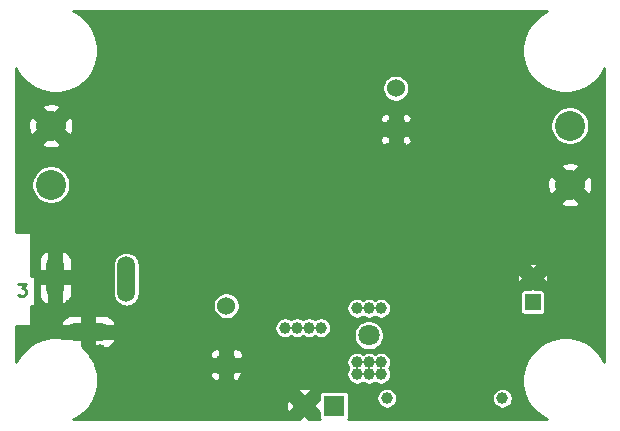
<source format=gbr>
G04 #@! TF.GenerationSoftware,KiCad,Pcbnew,5.1.6-c6e7f7d~87~ubuntu18.04.1*
G04 #@! TF.CreationDate,2022-04-04T15:30:34+03:00*
G04 #@! TF.ProjectId,DCDC-50-5-12_Rev_A,44434443-2d35-4302-9d35-2d31325f5265,A*
G04 #@! TF.SameCoordinates,Original*
G04 #@! TF.FileFunction,Copper,L3,Inr*
G04 #@! TF.FilePolarity,Positive*
%FSLAX46Y46*%
G04 Gerber Fmt 4.6, Leading zero omitted, Abs format (unit mm)*
G04 Created by KiCad (PCBNEW 5.1.6-c6e7f7d~87~ubuntu18.04.1) date 2022-04-04 15:30:34*
%MOMM*%
%LPD*%
G01*
G04 APERTURE LIST*
G04 #@! TA.AperFunction,NonConductor*
%ADD10C,0.254000*%
G04 #@! TD*
G04 #@! TA.AperFunction,ViaPad*
%ADD11O,3.700000X1.500000*%
G04 #@! TD*
G04 #@! TA.AperFunction,ViaPad*
%ADD12O,1.500000X3.600000*%
G04 #@! TD*
G04 #@! TA.AperFunction,ViaPad*
%ADD13O,1.500000X3.900000*%
G04 #@! TD*
G04 #@! TA.AperFunction,ViaPad*
%ADD14C,2.540000*%
G04 #@! TD*
G04 #@! TA.AperFunction,ViaPad*
%ADD15R,1.800000X1.800000*%
G04 #@! TD*
G04 #@! TA.AperFunction,ViaPad*
%ADD16C,1.800000*%
G04 #@! TD*
G04 #@! TA.AperFunction,ViaPad*
%ADD17C,1.400000*%
G04 #@! TD*
G04 #@! TA.AperFunction,ViaPad*
%ADD18R,1.400000X1.400000*%
G04 #@! TD*
G04 #@! TA.AperFunction,ViaPad*
%ADD19C,1.524000*%
G04 #@! TD*
G04 #@! TA.AperFunction,ViaPad*
%ADD20R,1.524000X1.524000*%
G04 #@! TD*
G04 #@! TA.AperFunction,ViaPad*
%ADD21C,1.000000*%
G04 #@! TD*
G04 #@! TA.AperFunction,Conductor*
%ADD22C,0.254000*%
G04 #@! TD*
G04 APERTURE END LIST*
D10*
X117517333Y-87073619D02*
X118146285Y-87073619D01*
X117807619Y-87460666D01*
X117952761Y-87460666D01*
X118049523Y-87509047D01*
X118097904Y-87557428D01*
X118146285Y-87654190D01*
X118146285Y-87896095D01*
X118097904Y-87992857D01*
X118049523Y-88041238D01*
X117952761Y-88089619D01*
X117662476Y-88089619D01*
X117565714Y-88041238D01*
X117517333Y-87992857D01*
D11*
X123396000Y-91140000D03*
D12*
X120650000Y-86540000D03*
D13*
X126650000Y-86690000D03*
D14*
X164211000Y-73700000D03*
X164211000Y-78700000D03*
X120269000Y-78700000D03*
X120269000Y-73700000D03*
D15*
X144272000Y-97409000D03*
D16*
X141732000Y-97409000D03*
D17*
X161056320Y-86626700D03*
D18*
X161058860Y-88638380D03*
D19*
X135128000Y-88940000D03*
D20*
X135128000Y-93940000D03*
D19*
X149479000Y-70513000D03*
D20*
X149479000Y-74013000D03*
D16*
X147193000Y-91440000D03*
D21*
X142748000Y-94107000D03*
X143764000Y-94107000D03*
X144780000Y-94107000D03*
X141732000Y-95123000D03*
X142748000Y-95123000D03*
X143764000Y-95123000D03*
X144780000Y-95123000D03*
X140716000Y-94107000D03*
X140716000Y-95123000D03*
X139700000Y-94107000D03*
X139700000Y-95123000D03*
X138684000Y-94107000D03*
X138684000Y-95123000D03*
X137668000Y-94107000D03*
X137668000Y-95123000D03*
X151003000Y-80137000D03*
X151003000Y-81280000D03*
X149987000Y-81280000D03*
X152146000Y-81280000D03*
X152146000Y-82423000D03*
X152146000Y-83439000D03*
X152146000Y-84455000D03*
X152146000Y-85598000D03*
X151003000Y-85598000D03*
X149987000Y-85598000D03*
X152146000Y-80137000D03*
X152146000Y-78867000D03*
X152146000Y-77597000D03*
X151003000Y-77597000D03*
X148971000Y-81280000D03*
X148971000Y-82423000D03*
X148971000Y-83439000D03*
X148971000Y-84455000D03*
X148971000Y-85598000D03*
X147955000Y-83439000D03*
X147955000Y-81280000D03*
X147955000Y-82423000D03*
X147955000Y-84455000D03*
X147955000Y-85598000D03*
X152146000Y-86614000D03*
X151003000Y-86614000D03*
X149987000Y-86614000D03*
X148971000Y-86614000D03*
X151003000Y-76581000D03*
X152146000Y-76581000D03*
X151003000Y-75565000D03*
X152146000Y-75565000D03*
X152146000Y-74549000D03*
X151003000Y-74549000D03*
X152146000Y-73533000D03*
X151003000Y-73533000D03*
X149987000Y-75565000D03*
X148971000Y-75565000D03*
X147955000Y-75565000D03*
X147955000Y-74549000D03*
X147955000Y-73533000D03*
X146939000Y-74549000D03*
X146939000Y-73533000D03*
X146939000Y-75565000D03*
X149987000Y-76581000D03*
X148971000Y-76581000D03*
X147955000Y-76581000D03*
X146939000Y-76581000D03*
X136652000Y-95123000D03*
X136652000Y-94107000D03*
X153797000Y-73533000D03*
X154813000Y-74549000D03*
X153797000Y-74549000D03*
X153035000Y-90424000D03*
X154813000Y-90424000D03*
X156591000Y-90424000D03*
X153924000Y-91313000D03*
X155702000Y-91313000D03*
X166370000Y-71120000D03*
X166370000Y-76200000D03*
X166370000Y-81280000D03*
X166370000Y-83820000D03*
X166370000Y-91440000D03*
X163830000Y-76200000D03*
X163830000Y-81280000D03*
X163830000Y-83820000D03*
X163830000Y-86360000D03*
X163830000Y-88900000D03*
X135255000Y-64770000D03*
X141605000Y-64770000D03*
X146050000Y-64770000D03*
X151765000Y-64770000D03*
X129032000Y-64770000D03*
X118110000Y-71755000D03*
X118110000Y-75565000D03*
X118110000Y-77470000D03*
X118110000Y-80010000D03*
X118110000Y-81915000D03*
X123825000Y-83185000D03*
X123825000Y-85725000D03*
X123825000Y-88900000D03*
X130810000Y-89535000D03*
X132715000Y-92710000D03*
X132715000Y-95250000D03*
X118110000Y-91440000D03*
X133350000Y-67310000D03*
X134620000Y-68580000D03*
X132080000Y-68580000D03*
X125730000Y-66675000D03*
X159385000Y-67310000D03*
X165100000Y-82550000D03*
X162560000Y-82550000D03*
X161290000Y-81280000D03*
X161290000Y-83820000D03*
X161925000Y-91440000D03*
X160020000Y-97790000D03*
X151765000Y-92075000D03*
X151765000Y-88900000D03*
X127000000Y-92710000D03*
X124460000Y-92710000D03*
X127000000Y-96520000D03*
X127000000Y-97790000D03*
X130810000Y-97790000D03*
X136525000Y-97790000D03*
X121920000Y-83185000D03*
X121920000Y-88900000D03*
X121920000Y-71755000D03*
X125730000Y-71755000D03*
X125730000Y-74930000D03*
X125730000Y-76835000D03*
X132715000Y-89535000D03*
X134620000Y-91440000D03*
X148717000Y-96774000D03*
X158511240Y-96774000D03*
X147193000Y-89154000D03*
X148209000Y-89154000D03*
X146177000Y-89154000D03*
X146177000Y-93726000D03*
X147193000Y-93726000D03*
X148209000Y-93726000D03*
X143129000Y-90805000D03*
X142113000Y-90805000D03*
X141097000Y-90805000D03*
X148209000Y-94742000D03*
X147193000Y-94742000D03*
X146177000Y-94742000D03*
X140081000Y-90805000D03*
D22*
G36*
X162111971Y-64095794D02*
G01*
X161517922Y-64492725D01*
X161012725Y-64997922D01*
X160615794Y-65591971D01*
X160342383Y-66252043D01*
X160203000Y-66952772D01*
X160203000Y-67667228D01*
X160342383Y-68367957D01*
X160615794Y-69028029D01*
X161012725Y-69622078D01*
X161517922Y-70127275D01*
X162111971Y-70524206D01*
X162772043Y-70797617D01*
X163472772Y-70937000D01*
X164187228Y-70937000D01*
X164887957Y-70797617D01*
X165548029Y-70524206D01*
X166142078Y-70127275D01*
X166647275Y-69622078D01*
X167044206Y-69028029D01*
X167132000Y-68816076D01*
X167132001Y-93743926D01*
X167044206Y-93531971D01*
X166647275Y-92937922D01*
X166142078Y-92432725D01*
X165548029Y-92035794D01*
X164887957Y-91762383D01*
X164187228Y-91623000D01*
X163472772Y-91623000D01*
X162772043Y-91762383D01*
X162111971Y-92035794D01*
X161517922Y-92432725D01*
X161012725Y-92937922D01*
X160615794Y-93531971D01*
X160342383Y-94192043D01*
X160203000Y-94892772D01*
X160203000Y-95607228D01*
X160342383Y-96307957D01*
X160615794Y-96968029D01*
X161012725Y-97562078D01*
X161517922Y-98067275D01*
X162111971Y-98464206D01*
X162323924Y-98552000D01*
X145465453Y-98552000D01*
X145490322Y-98521696D01*
X145525701Y-98455508D01*
X145547487Y-98383689D01*
X145554843Y-98309000D01*
X145554843Y-96687229D01*
X147836000Y-96687229D01*
X147836000Y-96860771D01*
X147869856Y-97030978D01*
X147936268Y-97191310D01*
X148032682Y-97335605D01*
X148155395Y-97458318D01*
X148299690Y-97554732D01*
X148460022Y-97621144D01*
X148630229Y-97655000D01*
X148803771Y-97655000D01*
X148973978Y-97621144D01*
X149134310Y-97554732D01*
X149278605Y-97458318D01*
X149401318Y-97335605D01*
X149497732Y-97191310D01*
X149564144Y-97030978D01*
X149598000Y-96860771D01*
X149598000Y-96687229D01*
X157630240Y-96687229D01*
X157630240Y-96860771D01*
X157664096Y-97030978D01*
X157730508Y-97191310D01*
X157826922Y-97335605D01*
X157949635Y-97458318D01*
X158093930Y-97554732D01*
X158254262Y-97621144D01*
X158424469Y-97655000D01*
X158598011Y-97655000D01*
X158768218Y-97621144D01*
X158928550Y-97554732D01*
X159072845Y-97458318D01*
X159195558Y-97335605D01*
X159291972Y-97191310D01*
X159358384Y-97030978D01*
X159392240Y-96860771D01*
X159392240Y-96687229D01*
X159358384Y-96517022D01*
X159291972Y-96356690D01*
X159195558Y-96212395D01*
X159072845Y-96089682D01*
X158928550Y-95993268D01*
X158768218Y-95926856D01*
X158598011Y-95893000D01*
X158424469Y-95893000D01*
X158254262Y-95926856D01*
X158093930Y-95993268D01*
X157949635Y-96089682D01*
X157826922Y-96212395D01*
X157730508Y-96356690D01*
X157664096Y-96517022D01*
X157630240Y-96687229D01*
X149598000Y-96687229D01*
X149564144Y-96517022D01*
X149497732Y-96356690D01*
X149401318Y-96212395D01*
X149278605Y-96089682D01*
X149134310Y-95993268D01*
X148973978Y-95926856D01*
X148803771Y-95893000D01*
X148630229Y-95893000D01*
X148460022Y-95926856D01*
X148299690Y-95993268D01*
X148155395Y-96089682D01*
X148032682Y-96212395D01*
X147936268Y-96356690D01*
X147869856Y-96517022D01*
X147836000Y-96687229D01*
X145554843Y-96687229D01*
X145554843Y-96509000D01*
X145547487Y-96434311D01*
X145525701Y-96362492D01*
X145490322Y-96296304D01*
X145442711Y-96238289D01*
X145384696Y-96190678D01*
X145318508Y-96155299D01*
X145246689Y-96133513D01*
X145172000Y-96126157D01*
X143372000Y-96126157D01*
X143297311Y-96133513D01*
X143225492Y-96155299D01*
X143159304Y-96190678D01*
X143101289Y-96238289D01*
X143053678Y-96296304D01*
X143018299Y-96362492D01*
X142996513Y-96434311D01*
X142989157Y-96509000D01*
X142989157Y-96870263D01*
X142450420Y-97409000D01*
X142989157Y-97947737D01*
X142989157Y-98309000D01*
X142996513Y-98383689D01*
X143018299Y-98455508D01*
X143053678Y-98521696D01*
X143078547Y-98552000D01*
X142156580Y-98552000D01*
X141732000Y-98127420D01*
X141307420Y-98552000D01*
X122156076Y-98552000D01*
X122368029Y-98464206D01*
X122962078Y-98067275D01*
X123467275Y-97562078D01*
X123668707Y-97260613D01*
X140196728Y-97260613D01*
X140197278Y-97562981D01*
X140255176Y-97854053D01*
X140462708Y-97959872D01*
X141013580Y-97409000D01*
X140462708Y-96858128D01*
X140255176Y-96963947D01*
X140196728Y-97260613D01*
X123668707Y-97260613D01*
X123864206Y-96968029D01*
X124137617Y-96307957D01*
X124171083Y-96139708D01*
X141181128Y-96139708D01*
X141732000Y-96690580D01*
X142282872Y-96139708D01*
X142177053Y-95932176D01*
X141880387Y-95873728D01*
X141578019Y-95874278D01*
X141286947Y-95932176D01*
X141181128Y-96139708D01*
X124171083Y-96139708D01*
X124277000Y-95607228D01*
X124277000Y-94892772D01*
X124239054Y-94702000D01*
X133727928Y-94702000D01*
X133740188Y-94826482D01*
X133776498Y-94946180D01*
X133835463Y-95056494D01*
X133914815Y-95153185D01*
X134011506Y-95232537D01*
X134121820Y-95291502D01*
X134241518Y-95327812D01*
X134366000Y-95340072D01*
X134461250Y-95337000D01*
X134620000Y-95178250D01*
X134620000Y-94448000D01*
X135636000Y-94448000D01*
X135636000Y-95178250D01*
X135794750Y-95337000D01*
X135890000Y-95340072D01*
X136014482Y-95327812D01*
X136134180Y-95291502D01*
X136244494Y-95232537D01*
X136341185Y-95153185D01*
X136420537Y-95056494D01*
X136479502Y-94946180D01*
X136515812Y-94826482D01*
X136528072Y-94702000D01*
X136525000Y-94606750D01*
X136366250Y-94448000D01*
X135636000Y-94448000D01*
X134620000Y-94448000D01*
X133889750Y-94448000D01*
X133731000Y-94606750D01*
X133727928Y-94702000D01*
X124239054Y-94702000D01*
X124137617Y-94192043D01*
X123908634Y-93639229D01*
X145296000Y-93639229D01*
X145296000Y-93812771D01*
X145329856Y-93982978D01*
X145396268Y-94143310D01*
X145456865Y-94234000D01*
X145396268Y-94324690D01*
X145329856Y-94485022D01*
X145296000Y-94655229D01*
X145296000Y-94828771D01*
X145329856Y-94998978D01*
X145396268Y-95159310D01*
X145492682Y-95303605D01*
X145615395Y-95426318D01*
X145759690Y-95522732D01*
X145920022Y-95589144D01*
X146090229Y-95623000D01*
X146263771Y-95623000D01*
X146433978Y-95589144D01*
X146594310Y-95522732D01*
X146685000Y-95462135D01*
X146775690Y-95522732D01*
X146936022Y-95589144D01*
X147106229Y-95623000D01*
X147279771Y-95623000D01*
X147449978Y-95589144D01*
X147610310Y-95522732D01*
X147701000Y-95462135D01*
X147791690Y-95522732D01*
X147952022Y-95589144D01*
X148122229Y-95623000D01*
X148295771Y-95623000D01*
X148465978Y-95589144D01*
X148626310Y-95522732D01*
X148770605Y-95426318D01*
X148893318Y-95303605D01*
X148989732Y-95159310D01*
X149056144Y-94998978D01*
X149090000Y-94828771D01*
X149090000Y-94655229D01*
X149056144Y-94485022D01*
X148989732Y-94324690D01*
X148929135Y-94234000D01*
X148989732Y-94143310D01*
X149056144Y-93982978D01*
X149090000Y-93812771D01*
X149090000Y-93639229D01*
X149056144Y-93469022D01*
X148989732Y-93308690D01*
X148893318Y-93164395D01*
X148770605Y-93041682D01*
X148626310Y-92945268D01*
X148465978Y-92878856D01*
X148295771Y-92845000D01*
X148122229Y-92845000D01*
X147952022Y-92878856D01*
X147791690Y-92945268D01*
X147701000Y-93005865D01*
X147610310Y-92945268D01*
X147449978Y-92878856D01*
X147279771Y-92845000D01*
X147106229Y-92845000D01*
X146936022Y-92878856D01*
X146775690Y-92945268D01*
X146685000Y-93005865D01*
X146594310Y-92945268D01*
X146433978Y-92878856D01*
X146263771Y-92845000D01*
X146090229Y-92845000D01*
X145920022Y-92878856D01*
X145759690Y-92945268D01*
X145615395Y-93041682D01*
X145492682Y-93164395D01*
X145396268Y-93308690D01*
X145329856Y-93469022D01*
X145296000Y-93639229D01*
X123908634Y-93639229D01*
X123864206Y-93531971D01*
X123627691Y-93178000D01*
X133727928Y-93178000D01*
X133731000Y-93273250D01*
X133889750Y-93432000D01*
X134620000Y-93432000D01*
X134620000Y-92701750D01*
X135636000Y-92701750D01*
X135636000Y-93432000D01*
X136366250Y-93432000D01*
X136525000Y-93273250D01*
X136528072Y-93178000D01*
X136515812Y-93053518D01*
X136479502Y-92933820D01*
X136420537Y-92823506D01*
X136341185Y-92726815D01*
X136244494Y-92647463D01*
X136134180Y-92588498D01*
X136014482Y-92552188D01*
X135890000Y-92539928D01*
X135794750Y-92543000D01*
X135636000Y-92701750D01*
X134620000Y-92701750D01*
X134461250Y-92543000D01*
X134366000Y-92539928D01*
X134241518Y-92552188D01*
X134121820Y-92588498D01*
X134011506Y-92647463D01*
X133914815Y-92726815D01*
X133835463Y-92823506D01*
X133776498Y-92933820D01*
X133740188Y-93053518D01*
X133727928Y-93178000D01*
X123627691Y-93178000D01*
X123467275Y-92937922D01*
X122962078Y-92432725D01*
X122888000Y-92383228D01*
X122888000Y-91648000D01*
X123904000Y-91648000D01*
X123904000Y-92525000D01*
X125004000Y-92525000D01*
X125264439Y-92399282D01*
X125495347Y-92225170D01*
X125687851Y-92009356D01*
X125689140Y-91843307D01*
X125612076Y-91648000D01*
X123904000Y-91648000D01*
X122888000Y-91648000D01*
X121179924Y-91648000D01*
X121176503Y-91656671D01*
X121007228Y-91623000D01*
X120292772Y-91623000D01*
X119592043Y-91762383D01*
X118931971Y-92035794D01*
X118337922Y-92432725D01*
X117832725Y-92937922D01*
X117435794Y-93531971D01*
X117348000Y-93743924D01*
X117348000Y-90718229D01*
X139200000Y-90718229D01*
X139200000Y-90891771D01*
X139233856Y-91061978D01*
X139300268Y-91222310D01*
X139396682Y-91366605D01*
X139519395Y-91489318D01*
X139663690Y-91585732D01*
X139824022Y-91652144D01*
X139994229Y-91686000D01*
X140167771Y-91686000D01*
X140337978Y-91652144D01*
X140498310Y-91585732D01*
X140589000Y-91525135D01*
X140679690Y-91585732D01*
X140840022Y-91652144D01*
X141010229Y-91686000D01*
X141183771Y-91686000D01*
X141353978Y-91652144D01*
X141514310Y-91585732D01*
X141605000Y-91525135D01*
X141695690Y-91585732D01*
X141856022Y-91652144D01*
X142026229Y-91686000D01*
X142199771Y-91686000D01*
X142369978Y-91652144D01*
X142530310Y-91585732D01*
X142621000Y-91525135D01*
X142711690Y-91585732D01*
X142872022Y-91652144D01*
X143042229Y-91686000D01*
X143215771Y-91686000D01*
X143385978Y-91652144D01*
X143546310Y-91585732D01*
X143690605Y-91489318D01*
X143813318Y-91366605D01*
X143848578Y-91313833D01*
X145912000Y-91313833D01*
X145912000Y-91566167D01*
X145961228Y-91813654D01*
X146057793Y-92046781D01*
X146197982Y-92256590D01*
X146376410Y-92435018D01*
X146586219Y-92575207D01*
X146819346Y-92671772D01*
X147066833Y-92721000D01*
X147319167Y-92721000D01*
X147566654Y-92671772D01*
X147799781Y-92575207D01*
X148009590Y-92435018D01*
X148188018Y-92256590D01*
X148328207Y-92046781D01*
X148424772Y-91813654D01*
X148474000Y-91566167D01*
X148474000Y-91313833D01*
X148424772Y-91066346D01*
X148328207Y-90833219D01*
X148188018Y-90623410D01*
X148009590Y-90444982D01*
X147799781Y-90304793D01*
X147566654Y-90208228D01*
X147319167Y-90159000D01*
X147066833Y-90159000D01*
X146819346Y-90208228D01*
X146586219Y-90304793D01*
X146376410Y-90444982D01*
X146197982Y-90623410D01*
X146057793Y-90833219D01*
X145961228Y-91066346D01*
X145912000Y-91313833D01*
X143848578Y-91313833D01*
X143909732Y-91222310D01*
X143976144Y-91061978D01*
X144010000Y-90891771D01*
X144010000Y-90718229D01*
X143976144Y-90548022D01*
X143909732Y-90387690D01*
X143813318Y-90243395D01*
X143690605Y-90120682D01*
X143546310Y-90024268D01*
X143385978Y-89957856D01*
X143215771Y-89924000D01*
X143042229Y-89924000D01*
X142872022Y-89957856D01*
X142711690Y-90024268D01*
X142621000Y-90084865D01*
X142530310Y-90024268D01*
X142369978Y-89957856D01*
X142199771Y-89924000D01*
X142026229Y-89924000D01*
X141856022Y-89957856D01*
X141695690Y-90024268D01*
X141605000Y-90084865D01*
X141514310Y-90024268D01*
X141353978Y-89957856D01*
X141183771Y-89924000D01*
X141010229Y-89924000D01*
X140840022Y-89957856D01*
X140679690Y-90024268D01*
X140589000Y-90084865D01*
X140498310Y-90024268D01*
X140337978Y-89957856D01*
X140167771Y-89924000D01*
X139994229Y-89924000D01*
X139824022Y-89957856D01*
X139663690Y-90024268D01*
X139519395Y-90120682D01*
X139396682Y-90243395D01*
X139300268Y-90387690D01*
X139233856Y-90548022D01*
X139200000Y-90718229D01*
X117348000Y-90718229D01*
X117348000Y-90678000D01*
X118491000Y-90678000D01*
X118515776Y-90675560D01*
X118539601Y-90668333D01*
X118561557Y-90656597D01*
X118580803Y-90640803D01*
X118596597Y-90621557D01*
X118608333Y-90599601D01*
X118615560Y-90575776D01*
X118618000Y-90551000D01*
X118618000Y-90436693D01*
X121102860Y-90436693D01*
X121179924Y-90632000D01*
X122888000Y-90632000D01*
X122888000Y-89755000D01*
X123904000Y-89755000D01*
X123904000Y-90632000D01*
X125612076Y-90632000D01*
X125689140Y-90436693D01*
X125687851Y-90270644D01*
X125495347Y-90054830D01*
X125264439Y-89880718D01*
X125004000Y-89755000D01*
X123904000Y-89755000D01*
X122888000Y-89755000D01*
X121788000Y-89755000D01*
X121527561Y-89880718D01*
X121296653Y-90054830D01*
X121104149Y-90270644D01*
X121102860Y-90436693D01*
X118618000Y-90436693D01*
X118618000Y-88993980D01*
X118958935Y-88993980D01*
X118958935Y-87048000D01*
X119265000Y-87048000D01*
X119265000Y-88098000D01*
X119390718Y-88358439D01*
X119564830Y-88589347D01*
X119780644Y-88781851D01*
X119946693Y-88783140D01*
X120142000Y-88706076D01*
X120142000Y-87048000D01*
X121158000Y-87048000D01*
X121158000Y-88706076D01*
X121353307Y-88783140D01*
X121519356Y-88781851D01*
X121735170Y-88589347D01*
X121909282Y-88358439D01*
X122035000Y-88098000D01*
X122035000Y-87048000D01*
X121158000Y-87048000D01*
X120142000Y-87048000D01*
X119265000Y-87048000D01*
X118958935Y-87048000D01*
X118958935Y-86453980D01*
X118618000Y-86453980D01*
X118618000Y-84982000D01*
X119265000Y-84982000D01*
X119265000Y-86032000D01*
X120142000Y-86032000D01*
X120142000Y-84373924D01*
X121158000Y-84373924D01*
X121158000Y-86032000D01*
X122035000Y-86032000D01*
X122035000Y-85434443D01*
X125519000Y-85434443D01*
X125519001Y-87945558D01*
X125535366Y-88111715D01*
X125600038Y-88324909D01*
X125705059Y-88521390D01*
X125846394Y-88693607D01*
X126018611Y-88834942D01*
X126215092Y-88939963D01*
X126428286Y-89004635D01*
X126650000Y-89026472D01*
X126871715Y-89004635D01*
X127084909Y-88939963D01*
X127281390Y-88834942D01*
X127290550Y-88827424D01*
X133985000Y-88827424D01*
X133985000Y-89052576D01*
X134028925Y-89273401D01*
X134115087Y-89481413D01*
X134240174Y-89668620D01*
X134399380Y-89827826D01*
X134586587Y-89952913D01*
X134794599Y-90039075D01*
X135015424Y-90083000D01*
X135240576Y-90083000D01*
X135461401Y-90039075D01*
X135669413Y-89952913D01*
X135856620Y-89827826D01*
X136015826Y-89668620D01*
X136140913Y-89481413D01*
X136227075Y-89273401D01*
X136268085Y-89067229D01*
X145296000Y-89067229D01*
X145296000Y-89240771D01*
X145329856Y-89410978D01*
X145396268Y-89571310D01*
X145492682Y-89715605D01*
X145615395Y-89838318D01*
X145759690Y-89934732D01*
X145920022Y-90001144D01*
X146090229Y-90035000D01*
X146263771Y-90035000D01*
X146433978Y-90001144D01*
X146594310Y-89934732D01*
X146685000Y-89874135D01*
X146775690Y-89934732D01*
X146936022Y-90001144D01*
X147106229Y-90035000D01*
X147279771Y-90035000D01*
X147449978Y-90001144D01*
X147610310Y-89934732D01*
X147701000Y-89874135D01*
X147791690Y-89934732D01*
X147952022Y-90001144D01*
X148122229Y-90035000D01*
X148295771Y-90035000D01*
X148465978Y-90001144D01*
X148626310Y-89934732D01*
X148770605Y-89838318D01*
X148893318Y-89715605D01*
X148989732Y-89571310D01*
X149056144Y-89410978D01*
X149090000Y-89240771D01*
X149090000Y-89067229D01*
X149056144Y-88897022D01*
X148989732Y-88736690D01*
X148893318Y-88592395D01*
X148770605Y-88469682D01*
X148626310Y-88373268D01*
X148465978Y-88306856D01*
X148295771Y-88273000D01*
X148122229Y-88273000D01*
X147952022Y-88306856D01*
X147791690Y-88373268D01*
X147701000Y-88433865D01*
X147610310Y-88373268D01*
X147449978Y-88306856D01*
X147279771Y-88273000D01*
X147106229Y-88273000D01*
X146936022Y-88306856D01*
X146775690Y-88373268D01*
X146685000Y-88433865D01*
X146594310Y-88373268D01*
X146433978Y-88306856D01*
X146263771Y-88273000D01*
X146090229Y-88273000D01*
X145920022Y-88306856D01*
X145759690Y-88373268D01*
X145615395Y-88469682D01*
X145492682Y-88592395D01*
X145396268Y-88736690D01*
X145329856Y-88897022D01*
X145296000Y-89067229D01*
X136268085Y-89067229D01*
X136271000Y-89052576D01*
X136271000Y-88827424D01*
X136227075Y-88606599D01*
X136140913Y-88398587D01*
X136015826Y-88211380D01*
X135856620Y-88052174D01*
X135686315Y-87938380D01*
X159976017Y-87938380D01*
X159976017Y-89338380D01*
X159983373Y-89413069D01*
X160005159Y-89484888D01*
X160040538Y-89551076D01*
X160088149Y-89609091D01*
X160146164Y-89656702D01*
X160212352Y-89692081D01*
X160284171Y-89713867D01*
X160358860Y-89721223D01*
X161758860Y-89721223D01*
X161833549Y-89713867D01*
X161905368Y-89692081D01*
X161971556Y-89656702D01*
X162029571Y-89609091D01*
X162077182Y-89551076D01*
X162112561Y-89484888D01*
X162134347Y-89413069D01*
X162141703Y-89338380D01*
X162141703Y-87938380D01*
X162134347Y-87863691D01*
X162112561Y-87791872D01*
X162077182Y-87725684D01*
X162029571Y-87667669D01*
X161971556Y-87620058D01*
X161905368Y-87584679D01*
X161833549Y-87562893D01*
X161758860Y-87555537D01*
X161266736Y-87555537D01*
X161056320Y-87345120D01*
X160845904Y-87555537D01*
X160358860Y-87555537D01*
X160284171Y-87562893D01*
X160212352Y-87584679D01*
X160146164Y-87620058D01*
X160088149Y-87667669D01*
X160040538Y-87725684D01*
X160005159Y-87791872D01*
X159983373Y-87863691D01*
X159976017Y-87938380D01*
X135686315Y-87938380D01*
X135669413Y-87927087D01*
X135461401Y-87840925D01*
X135240576Y-87797000D01*
X135015424Y-87797000D01*
X134794599Y-87840925D01*
X134586587Y-87927087D01*
X134399380Y-88052174D01*
X134240174Y-88211380D01*
X134115087Y-88398587D01*
X134028925Y-88606599D01*
X133985000Y-88827424D01*
X127290550Y-88827424D01*
X127453607Y-88693607D01*
X127594942Y-88521390D01*
X127699963Y-88324909D01*
X127764635Y-88111715D01*
X127781000Y-87945558D01*
X127781000Y-86568249D01*
X159716135Y-86568249D01*
X159730483Y-86830830D01*
X159753289Y-86945485D01*
X159941882Y-87022717D01*
X160337900Y-86626700D01*
X161774740Y-86626700D01*
X162170758Y-87022717D01*
X162359351Y-86945485D01*
X162396505Y-86685151D01*
X162382157Y-86422570D01*
X162359351Y-86307915D01*
X162170758Y-86230683D01*
X161774740Y-86626700D01*
X160337900Y-86626700D01*
X159941882Y-86230683D01*
X159753289Y-86307915D01*
X159716135Y-86568249D01*
X127781000Y-86568249D01*
X127781000Y-85512262D01*
X160660303Y-85512262D01*
X161056320Y-85908280D01*
X161452337Y-85512262D01*
X161375105Y-85323669D01*
X161114771Y-85286515D01*
X160852190Y-85300863D01*
X160737535Y-85323669D01*
X160660303Y-85512262D01*
X127781000Y-85512262D01*
X127781000Y-85434442D01*
X127764635Y-85268285D01*
X127699963Y-85055091D01*
X127594942Y-84858610D01*
X127453607Y-84686393D01*
X127281390Y-84545058D01*
X127084908Y-84440037D01*
X126871714Y-84375365D01*
X126650000Y-84353528D01*
X126428285Y-84375365D01*
X126215091Y-84440037D01*
X126018610Y-84545058D01*
X125846393Y-84686393D01*
X125705058Y-84858610D01*
X125600037Y-85055092D01*
X125535365Y-85268286D01*
X125519000Y-85434443D01*
X122035000Y-85434443D01*
X122035000Y-84982000D01*
X121909282Y-84721561D01*
X121735170Y-84490653D01*
X121519356Y-84298149D01*
X121353307Y-84296860D01*
X121158000Y-84373924D01*
X120142000Y-84373924D01*
X119946693Y-84296860D01*
X119780644Y-84298149D01*
X119564830Y-84490653D01*
X119390718Y-84721561D01*
X119265000Y-84982000D01*
X118618000Y-84982000D01*
X118618000Y-82804000D01*
X118615560Y-82779224D01*
X118608333Y-82755399D01*
X118596597Y-82733443D01*
X118580803Y-82714197D01*
X118561557Y-82698403D01*
X118539601Y-82686667D01*
X118515776Y-82679440D01*
X118491000Y-82677000D01*
X117348000Y-82677000D01*
X117348000Y-78537391D01*
X118618000Y-78537391D01*
X118618000Y-78862609D01*
X118681447Y-79181579D01*
X118805903Y-79482042D01*
X118986585Y-79752451D01*
X119216549Y-79982415D01*
X119486958Y-80163097D01*
X119787421Y-80287553D01*
X120106391Y-80351000D01*
X120431609Y-80351000D01*
X120750579Y-80287553D01*
X120847511Y-80247402D01*
X163382018Y-80247402D01*
X163537177Y-80491700D01*
X163899667Y-80588730D01*
X164274122Y-80613176D01*
X164646151Y-80564101D01*
X164884823Y-80491700D01*
X165039982Y-80247402D01*
X164211000Y-79418420D01*
X163382018Y-80247402D01*
X120847511Y-80247402D01*
X121051042Y-80163097D01*
X121321451Y-79982415D01*
X121551415Y-79752451D01*
X121732097Y-79482042D01*
X121856553Y-79181579D01*
X121920000Y-78862609D01*
X121920000Y-78763122D01*
X162297824Y-78763122D01*
X162346899Y-79135151D01*
X162419300Y-79373823D01*
X162663598Y-79528982D01*
X163492580Y-78700000D01*
X164929420Y-78700000D01*
X165758402Y-79528982D01*
X166002700Y-79373823D01*
X166099730Y-79011333D01*
X166124176Y-78636878D01*
X166075101Y-78264849D01*
X166002700Y-78026177D01*
X165758402Y-77871018D01*
X164929420Y-78700000D01*
X163492580Y-78700000D01*
X162663598Y-77871018D01*
X162419300Y-78026177D01*
X162322270Y-78388667D01*
X162297824Y-78763122D01*
X121920000Y-78763122D01*
X121920000Y-78537391D01*
X121856553Y-78218421D01*
X121732097Y-77917958D01*
X121551415Y-77647549D01*
X121321451Y-77417585D01*
X121051042Y-77236903D01*
X120847512Y-77152598D01*
X163382018Y-77152598D01*
X164211000Y-77981580D01*
X165039982Y-77152598D01*
X164884823Y-76908300D01*
X164522333Y-76811270D01*
X164147878Y-76786824D01*
X163775849Y-76835899D01*
X163537177Y-76908300D01*
X163382018Y-77152598D01*
X120847512Y-77152598D01*
X120750579Y-77112447D01*
X120431609Y-77049000D01*
X120106391Y-77049000D01*
X119787421Y-77112447D01*
X119486958Y-77236903D01*
X119216549Y-77417585D01*
X118986585Y-77647549D01*
X118805903Y-77917958D01*
X118681447Y-78218421D01*
X118618000Y-78537391D01*
X117348000Y-78537391D01*
X117348000Y-75247402D01*
X119440018Y-75247402D01*
X119595177Y-75491700D01*
X119957667Y-75588730D01*
X120332122Y-75613176D01*
X120704151Y-75564101D01*
X120942823Y-75491700D01*
X121097982Y-75247402D01*
X120625580Y-74775000D01*
X148078928Y-74775000D01*
X148091188Y-74899482D01*
X148127498Y-75019180D01*
X148186463Y-75129494D01*
X148265815Y-75226185D01*
X148362506Y-75305537D01*
X148472820Y-75364502D01*
X148592518Y-75400812D01*
X148717000Y-75413072D01*
X148812250Y-75410000D01*
X148971000Y-75251250D01*
X148971000Y-74521000D01*
X149987000Y-74521000D01*
X149987000Y-75251250D01*
X150145750Y-75410000D01*
X150241000Y-75413072D01*
X150365482Y-75400812D01*
X150485180Y-75364502D01*
X150595494Y-75305537D01*
X150692185Y-75226185D01*
X150771537Y-75129494D01*
X150830502Y-75019180D01*
X150866812Y-74899482D01*
X150879072Y-74775000D01*
X150876000Y-74679750D01*
X150717250Y-74521000D01*
X149987000Y-74521000D01*
X148971000Y-74521000D01*
X148240750Y-74521000D01*
X148082000Y-74679750D01*
X148078928Y-74775000D01*
X120625580Y-74775000D01*
X120269000Y-74418420D01*
X119440018Y-75247402D01*
X117348000Y-75247402D01*
X117348000Y-73763122D01*
X118355824Y-73763122D01*
X118404899Y-74135151D01*
X118477300Y-74373823D01*
X118721598Y-74528982D01*
X119550580Y-73700000D01*
X120987420Y-73700000D01*
X121816402Y-74528982D01*
X122060700Y-74373823D01*
X122157730Y-74011333D01*
X122182176Y-73636878D01*
X122169053Y-73537391D01*
X162560000Y-73537391D01*
X162560000Y-73862609D01*
X162623447Y-74181579D01*
X162747903Y-74482042D01*
X162928585Y-74752451D01*
X163158549Y-74982415D01*
X163428958Y-75163097D01*
X163729421Y-75287553D01*
X164048391Y-75351000D01*
X164373609Y-75351000D01*
X164692579Y-75287553D01*
X164993042Y-75163097D01*
X165263451Y-74982415D01*
X165493415Y-74752451D01*
X165674097Y-74482042D01*
X165798553Y-74181579D01*
X165862000Y-73862609D01*
X165862000Y-73537391D01*
X165798553Y-73218421D01*
X165674097Y-72917958D01*
X165493415Y-72647549D01*
X165263451Y-72417585D01*
X164993042Y-72236903D01*
X164692579Y-72112447D01*
X164373609Y-72049000D01*
X164048391Y-72049000D01*
X163729421Y-72112447D01*
X163428958Y-72236903D01*
X163158549Y-72417585D01*
X162928585Y-72647549D01*
X162747903Y-72917958D01*
X162623447Y-73218421D01*
X162560000Y-73537391D01*
X122169053Y-73537391D01*
X122133101Y-73264849D01*
X122128900Y-73251000D01*
X148078928Y-73251000D01*
X148082000Y-73346250D01*
X148240750Y-73505000D01*
X148971000Y-73505000D01*
X148971000Y-72774750D01*
X149987000Y-72774750D01*
X149987000Y-73505000D01*
X150717250Y-73505000D01*
X150876000Y-73346250D01*
X150879072Y-73251000D01*
X150866812Y-73126518D01*
X150830502Y-73006820D01*
X150771537Y-72896506D01*
X150692185Y-72799815D01*
X150595494Y-72720463D01*
X150485180Y-72661498D01*
X150365482Y-72625188D01*
X150241000Y-72612928D01*
X150145750Y-72616000D01*
X149987000Y-72774750D01*
X148971000Y-72774750D01*
X148812250Y-72616000D01*
X148717000Y-72612928D01*
X148592518Y-72625188D01*
X148472820Y-72661498D01*
X148362506Y-72720463D01*
X148265815Y-72799815D01*
X148186463Y-72896506D01*
X148127498Y-73006820D01*
X148091188Y-73126518D01*
X148078928Y-73251000D01*
X122128900Y-73251000D01*
X122060700Y-73026177D01*
X121816402Y-72871018D01*
X120987420Y-73700000D01*
X119550580Y-73700000D01*
X118721598Y-72871018D01*
X118477300Y-73026177D01*
X118380270Y-73388667D01*
X118355824Y-73763122D01*
X117348000Y-73763122D01*
X117348000Y-72152598D01*
X119440018Y-72152598D01*
X120269000Y-72981580D01*
X121097982Y-72152598D01*
X120942823Y-71908300D01*
X120580333Y-71811270D01*
X120205878Y-71786824D01*
X119833849Y-71835899D01*
X119595177Y-71908300D01*
X119440018Y-72152598D01*
X117348000Y-72152598D01*
X117348000Y-68816076D01*
X117435794Y-69028029D01*
X117832725Y-69622078D01*
X118337922Y-70127275D01*
X118931971Y-70524206D01*
X119592043Y-70797617D01*
X120292772Y-70937000D01*
X121007228Y-70937000D01*
X121707957Y-70797617D01*
X122368029Y-70524206D01*
X122553281Y-70400424D01*
X148336000Y-70400424D01*
X148336000Y-70625576D01*
X148379925Y-70846401D01*
X148466087Y-71054413D01*
X148591174Y-71241620D01*
X148750380Y-71400826D01*
X148937587Y-71525913D01*
X149145599Y-71612075D01*
X149366424Y-71656000D01*
X149591576Y-71656000D01*
X149812401Y-71612075D01*
X150020413Y-71525913D01*
X150207620Y-71400826D01*
X150366826Y-71241620D01*
X150491913Y-71054413D01*
X150578075Y-70846401D01*
X150622000Y-70625576D01*
X150622000Y-70400424D01*
X150578075Y-70179599D01*
X150491913Y-69971587D01*
X150366826Y-69784380D01*
X150207620Y-69625174D01*
X150020413Y-69500087D01*
X149812401Y-69413925D01*
X149591576Y-69370000D01*
X149366424Y-69370000D01*
X149145599Y-69413925D01*
X148937587Y-69500087D01*
X148750380Y-69625174D01*
X148591174Y-69784380D01*
X148466087Y-69971587D01*
X148379925Y-70179599D01*
X148336000Y-70400424D01*
X122553281Y-70400424D01*
X122962078Y-70127275D01*
X123467275Y-69622078D01*
X123864206Y-69028029D01*
X124137617Y-68367957D01*
X124277000Y-67667228D01*
X124277000Y-66952772D01*
X124137617Y-66252043D01*
X123864206Y-65591971D01*
X123467275Y-64997922D01*
X122962078Y-64492725D01*
X122368029Y-64095794D01*
X122156076Y-64008000D01*
X162323924Y-64008000D01*
X162111971Y-64095794D01*
G37*
X162111971Y-64095794D02*
X161517922Y-64492725D01*
X161012725Y-64997922D01*
X160615794Y-65591971D01*
X160342383Y-66252043D01*
X160203000Y-66952772D01*
X160203000Y-67667228D01*
X160342383Y-68367957D01*
X160615794Y-69028029D01*
X161012725Y-69622078D01*
X161517922Y-70127275D01*
X162111971Y-70524206D01*
X162772043Y-70797617D01*
X163472772Y-70937000D01*
X164187228Y-70937000D01*
X164887957Y-70797617D01*
X165548029Y-70524206D01*
X166142078Y-70127275D01*
X166647275Y-69622078D01*
X167044206Y-69028029D01*
X167132000Y-68816076D01*
X167132001Y-93743926D01*
X167044206Y-93531971D01*
X166647275Y-92937922D01*
X166142078Y-92432725D01*
X165548029Y-92035794D01*
X164887957Y-91762383D01*
X164187228Y-91623000D01*
X163472772Y-91623000D01*
X162772043Y-91762383D01*
X162111971Y-92035794D01*
X161517922Y-92432725D01*
X161012725Y-92937922D01*
X160615794Y-93531971D01*
X160342383Y-94192043D01*
X160203000Y-94892772D01*
X160203000Y-95607228D01*
X160342383Y-96307957D01*
X160615794Y-96968029D01*
X161012725Y-97562078D01*
X161517922Y-98067275D01*
X162111971Y-98464206D01*
X162323924Y-98552000D01*
X145465453Y-98552000D01*
X145490322Y-98521696D01*
X145525701Y-98455508D01*
X145547487Y-98383689D01*
X145554843Y-98309000D01*
X145554843Y-96687229D01*
X147836000Y-96687229D01*
X147836000Y-96860771D01*
X147869856Y-97030978D01*
X147936268Y-97191310D01*
X148032682Y-97335605D01*
X148155395Y-97458318D01*
X148299690Y-97554732D01*
X148460022Y-97621144D01*
X148630229Y-97655000D01*
X148803771Y-97655000D01*
X148973978Y-97621144D01*
X149134310Y-97554732D01*
X149278605Y-97458318D01*
X149401318Y-97335605D01*
X149497732Y-97191310D01*
X149564144Y-97030978D01*
X149598000Y-96860771D01*
X149598000Y-96687229D01*
X157630240Y-96687229D01*
X157630240Y-96860771D01*
X157664096Y-97030978D01*
X157730508Y-97191310D01*
X157826922Y-97335605D01*
X157949635Y-97458318D01*
X158093930Y-97554732D01*
X158254262Y-97621144D01*
X158424469Y-97655000D01*
X158598011Y-97655000D01*
X158768218Y-97621144D01*
X158928550Y-97554732D01*
X159072845Y-97458318D01*
X159195558Y-97335605D01*
X159291972Y-97191310D01*
X159358384Y-97030978D01*
X159392240Y-96860771D01*
X159392240Y-96687229D01*
X159358384Y-96517022D01*
X159291972Y-96356690D01*
X159195558Y-96212395D01*
X159072845Y-96089682D01*
X158928550Y-95993268D01*
X158768218Y-95926856D01*
X158598011Y-95893000D01*
X158424469Y-95893000D01*
X158254262Y-95926856D01*
X158093930Y-95993268D01*
X157949635Y-96089682D01*
X157826922Y-96212395D01*
X157730508Y-96356690D01*
X157664096Y-96517022D01*
X157630240Y-96687229D01*
X149598000Y-96687229D01*
X149564144Y-96517022D01*
X149497732Y-96356690D01*
X149401318Y-96212395D01*
X149278605Y-96089682D01*
X149134310Y-95993268D01*
X148973978Y-95926856D01*
X148803771Y-95893000D01*
X148630229Y-95893000D01*
X148460022Y-95926856D01*
X148299690Y-95993268D01*
X148155395Y-96089682D01*
X148032682Y-96212395D01*
X147936268Y-96356690D01*
X147869856Y-96517022D01*
X147836000Y-96687229D01*
X145554843Y-96687229D01*
X145554843Y-96509000D01*
X145547487Y-96434311D01*
X145525701Y-96362492D01*
X145490322Y-96296304D01*
X145442711Y-96238289D01*
X145384696Y-96190678D01*
X145318508Y-96155299D01*
X145246689Y-96133513D01*
X145172000Y-96126157D01*
X143372000Y-96126157D01*
X143297311Y-96133513D01*
X143225492Y-96155299D01*
X143159304Y-96190678D01*
X143101289Y-96238289D01*
X143053678Y-96296304D01*
X143018299Y-96362492D01*
X142996513Y-96434311D01*
X142989157Y-96509000D01*
X142989157Y-96870263D01*
X142450420Y-97409000D01*
X142989157Y-97947737D01*
X142989157Y-98309000D01*
X142996513Y-98383689D01*
X143018299Y-98455508D01*
X143053678Y-98521696D01*
X143078547Y-98552000D01*
X142156580Y-98552000D01*
X141732000Y-98127420D01*
X141307420Y-98552000D01*
X122156076Y-98552000D01*
X122368029Y-98464206D01*
X122962078Y-98067275D01*
X123467275Y-97562078D01*
X123668707Y-97260613D01*
X140196728Y-97260613D01*
X140197278Y-97562981D01*
X140255176Y-97854053D01*
X140462708Y-97959872D01*
X141013580Y-97409000D01*
X140462708Y-96858128D01*
X140255176Y-96963947D01*
X140196728Y-97260613D01*
X123668707Y-97260613D01*
X123864206Y-96968029D01*
X124137617Y-96307957D01*
X124171083Y-96139708D01*
X141181128Y-96139708D01*
X141732000Y-96690580D01*
X142282872Y-96139708D01*
X142177053Y-95932176D01*
X141880387Y-95873728D01*
X141578019Y-95874278D01*
X141286947Y-95932176D01*
X141181128Y-96139708D01*
X124171083Y-96139708D01*
X124277000Y-95607228D01*
X124277000Y-94892772D01*
X124239054Y-94702000D01*
X133727928Y-94702000D01*
X133740188Y-94826482D01*
X133776498Y-94946180D01*
X133835463Y-95056494D01*
X133914815Y-95153185D01*
X134011506Y-95232537D01*
X134121820Y-95291502D01*
X134241518Y-95327812D01*
X134366000Y-95340072D01*
X134461250Y-95337000D01*
X134620000Y-95178250D01*
X134620000Y-94448000D01*
X135636000Y-94448000D01*
X135636000Y-95178250D01*
X135794750Y-95337000D01*
X135890000Y-95340072D01*
X136014482Y-95327812D01*
X136134180Y-95291502D01*
X136244494Y-95232537D01*
X136341185Y-95153185D01*
X136420537Y-95056494D01*
X136479502Y-94946180D01*
X136515812Y-94826482D01*
X136528072Y-94702000D01*
X136525000Y-94606750D01*
X136366250Y-94448000D01*
X135636000Y-94448000D01*
X134620000Y-94448000D01*
X133889750Y-94448000D01*
X133731000Y-94606750D01*
X133727928Y-94702000D01*
X124239054Y-94702000D01*
X124137617Y-94192043D01*
X123908634Y-93639229D01*
X145296000Y-93639229D01*
X145296000Y-93812771D01*
X145329856Y-93982978D01*
X145396268Y-94143310D01*
X145456865Y-94234000D01*
X145396268Y-94324690D01*
X145329856Y-94485022D01*
X145296000Y-94655229D01*
X145296000Y-94828771D01*
X145329856Y-94998978D01*
X145396268Y-95159310D01*
X145492682Y-95303605D01*
X145615395Y-95426318D01*
X145759690Y-95522732D01*
X145920022Y-95589144D01*
X146090229Y-95623000D01*
X146263771Y-95623000D01*
X146433978Y-95589144D01*
X146594310Y-95522732D01*
X146685000Y-95462135D01*
X146775690Y-95522732D01*
X146936022Y-95589144D01*
X147106229Y-95623000D01*
X147279771Y-95623000D01*
X147449978Y-95589144D01*
X147610310Y-95522732D01*
X147701000Y-95462135D01*
X147791690Y-95522732D01*
X147952022Y-95589144D01*
X148122229Y-95623000D01*
X148295771Y-95623000D01*
X148465978Y-95589144D01*
X148626310Y-95522732D01*
X148770605Y-95426318D01*
X148893318Y-95303605D01*
X148989732Y-95159310D01*
X149056144Y-94998978D01*
X149090000Y-94828771D01*
X149090000Y-94655229D01*
X149056144Y-94485022D01*
X148989732Y-94324690D01*
X148929135Y-94234000D01*
X148989732Y-94143310D01*
X149056144Y-93982978D01*
X149090000Y-93812771D01*
X149090000Y-93639229D01*
X149056144Y-93469022D01*
X148989732Y-93308690D01*
X148893318Y-93164395D01*
X148770605Y-93041682D01*
X148626310Y-92945268D01*
X148465978Y-92878856D01*
X148295771Y-92845000D01*
X148122229Y-92845000D01*
X147952022Y-92878856D01*
X147791690Y-92945268D01*
X147701000Y-93005865D01*
X147610310Y-92945268D01*
X147449978Y-92878856D01*
X147279771Y-92845000D01*
X147106229Y-92845000D01*
X146936022Y-92878856D01*
X146775690Y-92945268D01*
X146685000Y-93005865D01*
X146594310Y-92945268D01*
X146433978Y-92878856D01*
X146263771Y-92845000D01*
X146090229Y-92845000D01*
X145920022Y-92878856D01*
X145759690Y-92945268D01*
X145615395Y-93041682D01*
X145492682Y-93164395D01*
X145396268Y-93308690D01*
X145329856Y-93469022D01*
X145296000Y-93639229D01*
X123908634Y-93639229D01*
X123864206Y-93531971D01*
X123627691Y-93178000D01*
X133727928Y-93178000D01*
X133731000Y-93273250D01*
X133889750Y-93432000D01*
X134620000Y-93432000D01*
X134620000Y-92701750D01*
X135636000Y-92701750D01*
X135636000Y-93432000D01*
X136366250Y-93432000D01*
X136525000Y-93273250D01*
X136528072Y-93178000D01*
X136515812Y-93053518D01*
X136479502Y-92933820D01*
X136420537Y-92823506D01*
X136341185Y-92726815D01*
X136244494Y-92647463D01*
X136134180Y-92588498D01*
X136014482Y-92552188D01*
X135890000Y-92539928D01*
X135794750Y-92543000D01*
X135636000Y-92701750D01*
X134620000Y-92701750D01*
X134461250Y-92543000D01*
X134366000Y-92539928D01*
X134241518Y-92552188D01*
X134121820Y-92588498D01*
X134011506Y-92647463D01*
X133914815Y-92726815D01*
X133835463Y-92823506D01*
X133776498Y-92933820D01*
X133740188Y-93053518D01*
X133727928Y-93178000D01*
X123627691Y-93178000D01*
X123467275Y-92937922D01*
X122962078Y-92432725D01*
X122888000Y-92383228D01*
X122888000Y-91648000D01*
X123904000Y-91648000D01*
X123904000Y-92525000D01*
X125004000Y-92525000D01*
X125264439Y-92399282D01*
X125495347Y-92225170D01*
X125687851Y-92009356D01*
X125689140Y-91843307D01*
X125612076Y-91648000D01*
X123904000Y-91648000D01*
X122888000Y-91648000D01*
X121179924Y-91648000D01*
X121176503Y-91656671D01*
X121007228Y-91623000D01*
X120292772Y-91623000D01*
X119592043Y-91762383D01*
X118931971Y-92035794D01*
X118337922Y-92432725D01*
X117832725Y-92937922D01*
X117435794Y-93531971D01*
X117348000Y-93743924D01*
X117348000Y-90718229D01*
X139200000Y-90718229D01*
X139200000Y-90891771D01*
X139233856Y-91061978D01*
X139300268Y-91222310D01*
X139396682Y-91366605D01*
X139519395Y-91489318D01*
X139663690Y-91585732D01*
X139824022Y-91652144D01*
X139994229Y-91686000D01*
X140167771Y-91686000D01*
X140337978Y-91652144D01*
X140498310Y-91585732D01*
X140589000Y-91525135D01*
X140679690Y-91585732D01*
X140840022Y-91652144D01*
X141010229Y-91686000D01*
X141183771Y-91686000D01*
X141353978Y-91652144D01*
X141514310Y-91585732D01*
X141605000Y-91525135D01*
X141695690Y-91585732D01*
X141856022Y-91652144D01*
X142026229Y-91686000D01*
X142199771Y-91686000D01*
X142369978Y-91652144D01*
X142530310Y-91585732D01*
X142621000Y-91525135D01*
X142711690Y-91585732D01*
X142872022Y-91652144D01*
X143042229Y-91686000D01*
X143215771Y-91686000D01*
X143385978Y-91652144D01*
X143546310Y-91585732D01*
X143690605Y-91489318D01*
X143813318Y-91366605D01*
X143848578Y-91313833D01*
X145912000Y-91313833D01*
X145912000Y-91566167D01*
X145961228Y-91813654D01*
X146057793Y-92046781D01*
X146197982Y-92256590D01*
X146376410Y-92435018D01*
X146586219Y-92575207D01*
X146819346Y-92671772D01*
X147066833Y-92721000D01*
X147319167Y-92721000D01*
X147566654Y-92671772D01*
X147799781Y-92575207D01*
X148009590Y-92435018D01*
X148188018Y-92256590D01*
X148328207Y-92046781D01*
X148424772Y-91813654D01*
X148474000Y-91566167D01*
X148474000Y-91313833D01*
X148424772Y-91066346D01*
X148328207Y-90833219D01*
X148188018Y-90623410D01*
X148009590Y-90444982D01*
X147799781Y-90304793D01*
X147566654Y-90208228D01*
X147319167Y-90159000D01*
X147066833Y-90159000D01*
X146819346Y-90208228D01*
X146586219Y-90304793D01*
X146376410Y-90444982D01*
X146197982Y-90623410D01*
X146057793Y-90833219D01*
X145961228Y-91066346D01*
X145912000Y-91313833D01*
X143848578Y-91313833D01*
X143909732Y-91222310D01*
X143976144Y-91061978D01*
X144010000Y-90891771D01*
X144010000Y-90718229D01*
X143976144Y-90548022D01*
X143909732Y-90387690D01*
X143813318Y-90243395D01*
X143690605Y-90120682D01*
X143546310Y-90024268D01*
X143385978Y-89957856D01*
X143215771Y-89924000D01*
X143042229Y-89924000D01*
X142872022Y-89957856D01*
X142711690Y-90024268D01*
X142621000Y-90084865D01*
X142530310Y-90024268D01*
X142369978Y-89957856D01*
X142199771Y-89924000D01*
X142026229Y-89924000D01*
X141856022Y-89957856D01*
X141695690Y-90024268D01*
X141605000Y-90084865D01*
X141514310Y-90024268D01*
X141353978Y-89957856D01*
X141183771Y-89924000D01*
X141010229Y-89924000D01*
X140840022Y-89957856D01*
X140679690Y-90024268D01*
X140589000Y-90084865D01*
X140498310Y-90024268D01*
X140337978Y-89957856D01*
X140167771Y-89924000D01*
X139994229Y-89924000D01*
X139824022Y-89957856D01*
X139663690Y-90024268D01*
X139519395Y-90120682D01*
X139396682Y-90243395D01*
X139300268Y-90387690D01*
X139233856Y-90548022D01*
X139200000Y-90718229D01*
X117348000Y-90718229D01*
X117348000Y-90678000D01*
X118491000Y-90678000D01*
X118515776Y-90675560D01*
X118539601Y-90668333D01*
X118561557Y-90656597D01*
X118580803Y-90640803D01*
X118596597Y-90621557D01*
X118608333Y-90599601D01*
X118615560Y-90575776D01*
X118618000Y-90551000D01*
X118618000Y-90436693D01*
X121102860Y-90436693D01*
X121179924Y-90632000D01*
X122888000Y-90632000D01*
X122888000Y-89755000D01*
X123904000Y-89755000D01*
X123904000Y-90632000D01*
X125612076Y-90632000D01*
X125689140Y-90436693D01*
X125687851Y-90270644D01*
X125495347Y-90054830D01*
X125264439Y-89880718D01*
X125004000Y-89755000D01*
X123904000Y-89755000D01*
X122888000Y-89755000D01*
X121788000Y-89755000D01*
X121527561Y-89880718D01*
X121296653Y-90054830D01*
X121104149Y-90270644D01*
X121102860Y-90436693D01*
X118618000Y-90436693D01*
X118618000Y-88993980D01*
X118958935Y-88993980D01*
X118958935Y-87048000D01*
X119265000Y-87048000D01*
X119265000Y-88098000D01*
X119390718Y-88358439D01*
X119564830Y-88589347D01*
X119780644Y-88781851D01*
X119946693Y-88783140D01*
X120142000Y-88706076D01*
X120142000Y-87048000D01*
X121158000Y-87048000D01*
X121158000Y-88706076D01*
X121353307Y-88783140D01*
X121519356Y-88781851D01*
X121735170Y-88589347D01*
X121909282Y-88358439D01*
X122035000Y-88098000D01*
X122035000Y-87048000D01*
X121158000Y-87048000D01*
X120142000Y-87048000D01*
X119265000Y-87048000D01*
X118958935Y-87048000D01*
X118958935Y-86453980D01*
X118618000Y-86453980D01*
X118618000Y-84982000D01*
X119265000Y-84982000D01*
X119265000Y-86032000D01*
X120142000Y-86032000D01*
X120142000Y-84373924D01*
X121158000Y-84373924D01*
X121158000Y-86032000D01*
X122035000Y-86032000D01*
X122035000Y-85434443D01*
X125519000Y-85434443D01*
X125519001Y-87945558D01*
X125535366Y-88111715D01*
X125600038Y-88324909D01*
X125705059Y-88521390D01*
X125846394Y-88693607D01*
X126018611Y-88834942D01*
X126215092Y-88939963D01*
X126428286Y-89004635D01*
X126650000Y-89026472D01*
X126871715Y-89004635D01*
X127084909Y-88939963D01*
X127281390Y-88834942D01*
X127290550Y-88827424D01*
X133985000Y-88827424D01*
X133985000Y-89052576D01*
X134028925Y-89273401D01*
X134115087Y-89481413D01*
X134240174Y-89668620D01*
X134399380Y-89827826D01*
X134586587Y-89952913D01*
X134794599Y-90039075D01*
X135015424Y-90083000D01*
X135240576Y-90083000D01*
X135461401Y-90039075D01*
X135669413Y-89952913D01*
X135856620Y-89827826D01*
X136015826Y-89668620D01*
X136140913Y-89481413D01*
X136227075Y-89273401D01*
X136268085Y-89067229D01*
X145296000Y-89067229D01*
X145296000Y-89240771D01*
X145329856Y-89410978D01*
X145396268Y-89571310D01*
X145492682Y-89715605D01*
X145615395Y-89838318D01*
X145759690Y-89934732D01*
X145920022Y-90001144D01*
X146090229Y-90035000D01*
X146263771Y-90035000D01*
X146433978Y-90001144D01*
X146594310Y-89934732D01*
X146685000Y-89874135D01*
X146775690Y-89934732D01*
X146936022Y-90001144D01*
X147106229Y-90035000D01*
X147279771Y-90035000D01*
X147449978Y-90001144D01*
X147610310Y-89934732D01*
X147701000Y-89874135D01*
X147791690Y-89934732D01*
X147952022Y-90001144D01*
X148122229Y-90035000D01*
X148295771Y-90035000D01*
X148465978Y-90001144D01*
X148626310Y-89934732D01*
X148770605Y-89838318D01*
X148893318Y-89715605D01*
X148989732Y-89571310D01*
X149056144Y-89410978D01*
X149090000Y-89240771D01*
X149090000Y-89067229D01*
X149056144Y-88897022D01*
X148989732Y-88736690D01*
X148893318Y-88592395D01*
X148770605Y-88469682D01*
X148626310Y-88373268D01*
X148465978Y-88306856D01*
X148295771Y-88273000D01*
X148122229Y-88273000D01*
X147952022Y-88306856D01*
X147791690Y-88373268D01*
X147701000Y-88433865D01*
X147610310Y-88373268D01*
X147449978Y-88306856D01*
X147279771Y-88273000D01*
X147106229Y-88273000D01*
X146936022Y-88306856D01*
X146775690Y-88373268D01*
X146685000Y-88433865D01*
X146594310Y-88373268D01*
X146433978Y-88306856D01*
X146263771Y-88273000D01*
X146090229Y-88273000D01*
X145920022Y-88306856D01*
X145759690Y-88373268D01*
X145615395Y-88469682D01*
X145492682Y-88592395D01*
X145396268Y-88736690D01*
X145329856Y-88897022D01*
X145296000Y-89067229D01*
X136268085Y-89067229D01*
X136271000Y-89052576D01*
X136271000Y-88827424D01*
X136227075Y-88606599D01*
X136140913Y-88398587D01*
X136015826Y-88211380D01*
X135856620Y-88052174D01*
X135686315Y-87938380D01*
X159976017Y-87938380D01*
X159976017Y-89338380D01*
X159983373Y-89413069D01*
X160005159Y-89484888D01*
X160040538Y-89551076D01*
X160088149Y-89609091D01*
X160146164Y-89656702D01*
X160212352Y-89692081D01*
X160284171Y-89713867D01*
X160358860Y-89721223D01*
X161758860Y-89721223D01*
X161833549Y-89713867D01*
X161905368Y-89692081D01*
X161971556Y-89656702D01*
X162029571Y-89609091D01*
X162077182Y-89551076D01*
X162112561Y-89484888D01*
X162134347Y-89413069D01*
X162141703Y-89338380D01*
X162141703Y-87938380D01*
X162134347Y-87863691D01*
X162112561Y-87791872D01*
X162077182Y-87725684D01*
X162029571Y-87667669D01*
X161971556Y-87620058D01*
X161905368Y-87584679D01*
X161833549Y-87562893D01*
X161758860Y-87555537D01*
X161266736Y-87555537D01*
X161056320Y-87345120D01*
X160845904Y-87555537D01*
X160358860Y-87555537D01*
X160284171Y-87562893D01*
X160212352Y-87584679D01*
X160146164Y-87620058D01*
X160088149Y-87667669D01*
X160040538Y-87725684D01*
X160005159Y-87791872D01*
X159983373Y-87863691D01*
X159976017Y-87938380D01*
X135686315Y-87938380D01*
X135669413Y-87927087D01*
X135461401Y-87840925D01*
X135240576Y-87797000D01*
X135015424Y-87797000D01*
X134794599Y-87840925D01*
X134586587Y-87927087D01*
X134399380Y-88052174D01*
X134240174Y-88211380D01*
X134115087Y-88398587D01*
X134028925Y-88606599D01*
X133985000Y-88827424D01*
X127290550Y-88827424D01*
X127453607Y-88693607D01*
X127594942Y-88521390D01*
X127699963Y-88324909D01*
X127764635Y-88111715D01*
X127781000Y-87945558D01*
X127781000Y-86568249D01*
X159716135Y-86568249D01*
X159730483Y-86830830D01*
X159753289Y-86945485D01*
X159941882Y-87022717D01*
X160337900Y-86626700D01*
X161774740Y-86626700D01*
X162170758Y-87022717D01*
X162359351Y-86945485D01*
X162396505Y-86685151D01*
X162382157Y-86422570D01*
X162359351Y-86307915D01*
X162170758Y-86230683D01*
X161774740Y-86626700D01*
X160337900Y-86626700D01*
X159941882Y-86230683D01*
X159753289Y-86307915D01*
X159716135Y-86568249D01*
X127781000Y-86568249D01*
X127781000Y-85512262D01*
X160660303Y-85512262D01*
X161056320Y-85908280D01*
X161452337Y-85512262D01*
X161375105Y-85323669D01*
X161114771Y-85286515D01*
X160852190Y-85300863D01*
X160737535Y-85323669D01*
X160660303Y-85512262D01*
X127781000Y-85512262D01*
X127781000Y-85434442D01*
X127764635Y-85268285D01*
X127699963Y-85055091D01*
X127594942Y-84858610D01*
X127453607Y-84686393D01*
X127281390Y-84545058D01*
X127084908Y-84440037D01*
X126871714Y-84375365D01*
X126650000Y-84353528D01*
X126428285Y-84375365D01*
X126215091Y-84440037D01*
X126018610Y-84545058D01*
X125846393Y-84686393D01*
X125705058Y-84858610D01*
X125600037Y-85055092D01*
X125535365Y-85268286D01*
X125519000Y-85434443D01*
X122035000Y-85434443D01*
X122035000Y-84982000D01*
X121909282Y-84721561D01*
X121735170Y-84490653D01*
X121519356Y-84298149D01*
X121353307Y-84296860D01*
X121158000Y-84373924D01*
X120142000Y-84373924D01*
X119946693Y-84296860D01*
X119780644Y-84298149D01*
X119564830Y-84490653D01*
X119390718Y-84721561D01*
X119265000Y-84982000D01*
X118618000Y-84982000D01*
X118618000Y-82804000D01*
X118615560Y-82779224D01*
X118608333Y-82755399D01*
X118596597Y-82733443D01*
X118580803Y-82714197D01*
X118561557Y-82698403D01*
X118539601Y-82686667D01*
X118515776Y-82679440D01*
X118491000Y-82677000D01*
X117348000Y-82677000D01*
X117348000Y-78537391D01*
X118618000Y-78537391D01*
X118618000Y-78862609D01*
X118681447Y-79181579D01*
X118805903Y-79482042D01*
X118986585Y-79752451D01*
X119216549Y-79982415D01*
X119486958Y-80163097D01*
X119787421Y-80287553D01*
X120106391Y-80351000D01*
X120431609Y-80351000D01*
X120750579Y-80287553D01*
X120847511Y-80247402D01*
X163382018Y-80247402D01*
X163537177Y-80491700D01*
X163899667Y-80588730D01*
X164274122Y-80613176D01*
X164646151Y-80564101D01*
X164884823Y-80491700D01*
X165039982Y-80247402D01*
X164211000Y-79418420D01*
X163382018Y-80247402D01*
X120847511Y-80247402D01*
X121051042Y-80163097D01*
X121321451Y-79982415D01*
X121551415Y-79752451D01*
X121732097Y-79482042D01*
X121856553Y-79181579D01*
X121920000Y-78862609D01*
X121920000Y-78763122D01*
X162297824Y-78763122D01*
X162346899Y-79135151D01*
X162419300Y-79373823D01*
X162663598Y-79528982D01*
X163492580Y-78700000D01*
X164929420Y-78700000D01*
X165758402Y-79528982D01*
X166002700Y-79373823D01*
X166099730Y-79011333D01*
X166124176Y-78636878D01*
X166075101Y-78264849D01*
X166002700Y-78026177D01*
X165758402Y-77871018D01*
X164929420Y-78700000D01*
X163492580Y-78700000D01*
X162663598Y-77871018D01*
X162419300Y-78026177D01*
X162322270Y-78388667D01*
X162297824Y-78763122D01*
X121920000Y-78763122D01*
X121920000Y-78537391D01*
X121856553Y-78218421D01*
X121732097Y-77917958D01*
X121551415Y-77647549D01*
X121321451Y-77417585D01*
X121051042Y-77236903D01*
X120847512Y-77152598D01*
X163382018Y-77152598D01*
X164211000Y-77981580D01*
X165039982Y-77152598D01*
X164884823Y-76908300D01*
X164522333Y-76811270D01*
X164147878Y-76786824D01*
X163775849Y-76835899D01*
X163537177Y-76908300D01*
X163382018Y-77152598D01*
X120847512Y-77152598D01*
X120750579Y-77112447D01*
X120431609Y-77049000D01*
X120106391Y-77049000D01*
X119787421Y-77112447D01*
X119486958Y-77236903D01*
X119216549Y-77417585D01*
X118986585Y-77647549D01*
X118805903Y-77917958D01*
X118681447Y-78218421D01*
X118618000Y-78537391D01*
X117348000Y-78537391D01*
X117348000Y-75247402D01*
X119440018Y-75247402D01*
X119595177Y-75491700D01*
X119957667Y-75588730D01*
X120332122Y-75613176D01*
X120704151Y-75564101D01*
X120942823Y-75491700D01*
X121097982Y-75247402D01*
X120625580Y-74775000D01*
X148078928Y-74775000D01*
X148091188Y-74899482D01*
X148127498Y-75019180D01*
X148186463Y-75129494D01*
X148265815Y-75226185D01*
X148362506Y-75305537D01*
X148472820Y-75364502D01*
X148592518Y-75400812D01*
X148717000Y-75413072D01*
X148812250Y-75410000D01*
X148971000Y-75251250D01*
X148971000Y-74521000D01*
X149987000Y-74521000D01*
X149987000Y-75251250D01*
X150145750Y-75410000D01*
X150241000Y-75413072D01*
X150365482Y-75400812D01*
X150485180Y-75364502D01*
X150595494Y-75305537D01*
X150692185Y-75226185D01*
X150771537Y-75129494D01*
X150830502Y-75019180D01*
X150866812Y-74899482D01*
X150879072Y-74775000D01*
X150876000Y-74679750D01*
X150717250Y-74521000D01*
X149987000Y-74521000D01*
X148971000Y-74521000D01*
X148240750Y-74521000D01*
X148082000Y-74679750D01*
X148078928Y-74775000D01*
X120625580Y-74775000D01*
X120269000Y-74418420D01*
X119440018Y-75247402D01*
X117348000Y-75247402D01*
X117348000Y-73763122D01*
X118355824Y-73763122D01*
X118404899Y-74135151D01*
X118477300Y-74373823D01*
X118721598Y-74528982D01*
X119550580Y-73700000D01*
X120987420Y-73700000D01*
X121816402Y-74528982D01*
X122060700Y-74373823D01*
X122157730Y-74011333D01*
X122182176Y-73636878D01*
X122169053Y-73537391D01*
X162560000Y-73537391D01*
X162560000Y-73862609D01*
X162623447Y-74181579D01*
X162747903Y-74482042D01*
X162928585Y-74752451D01*
X163158549Y-74982415D01*
X163428958Y-75163097D01*
X163729421Y-75287553D01*
X164048391Y-75351000D01*
X164373609Y-75351000D01*
X164692579Y-75287553D01*
X164993042Y-75163097D01*
X165263451Y-74982415D01*
X165493415Y-74752451D01*
X165674097Y-74482042D01*
X165798553Y-74181579D01*
X165862000Y-73862609D01*
X165862000Y-73537391D01*
X165798553Y-73218421D01*
X165674097Y-72917958D01*
X165493415Y-72647549D01*
X165263451Y-72417585D01*
X164993042Y-72236903D01*
X164692579Y-72112447D01*
X164373609Y-72049000D01*
X164048391Y-72049000D01*
X163729421Y-72112447D01*
X163428958Y-72236903D01*
X163158549Y-72417585D01*
X162928585Y-72647549D01*
X162747903Y-72917958D01*
X162623447Y-73218421D01*
X162560000Y-73537391D01*
X122169053Y-73537391D01*
X122133101Y-73264849D01*
X122128900Y-73251000D01*
X148078928Y-73251000D01*
X148082000Y-73346250D01*
X148240750Y-73505000D01*
X148971000Y-73505000D01*
X148971000Y-72774750D01*
X149987000Y-72774750D01*
X149987000Y-73505000D01*
X150717250Y-73505000D01*
X150876000Y-73346250D01*
X150879072Y-73251000D01*
X150866812Y-73126518D01*
X150830502Y-73006820D01*
X150771537Y-72896506D01*
X150692185Y-72799815D01*
X150595494Y-72720463D01*
X150485180Y-72661498D01*
X150365482Y-72625188D01*
X150241000Y-72612928D01*
X150145750Y-72616000D01*
X149987000Y-72774750D01*
X148971000Y-72774750D01*
X148812250Y-72616000D01*
X148717000Y-72612928D01*
X148592518Y-72625188D01*
X148472820Y-72661498D01*
X148362506Y-72720463D01*
X148265815Y-72799815D01*
X148186463Y-72896506D01*
X148127498Y-73006820D01*
X148091188Y-73126518D01*
X148078928Y-73251000D01*
X122128900Y-73251000D01*
X122060700Y-73026177D01*
X121816402Y-72871018D01*
X120987420Y-73700000D01*
X119550580Y-73700000D01*
X118721598Y-72871018D01*
X118477300Y-73026177D01*
X118380270Y-73388667D01*
X118355824Y-73763122D01*
X117348000Y-73763122D01*
X117348000Y-72152598D01*
X119440018Y-72152598D01*
X120269000Y-72981580D01*
X121097982Y-72152598D01*
X120942823Y-71908300D01*
X120580333Y-71811270D01*
X120205878Y-71786824D01*
X119833849Y-71835899D01*
X119595177Y-71908300D01*
X119440018Y-72152598D01*
X117348000Y-72152598D01*
X117348000Y-68816076D01*
X117435794Y-69028029D01*
X117832725Y-69622078D01*
X118337922Y-70127275D01*
X118931971Y-70524206D01*
X119592043Y-70797617D01*
X120292772Y-70937000D01*
X121007228Y-70937000D01*
X121707957Y-70797617D01*
X122368029Y-70524206D01*
X122553281Y-70400424D01*
X148336000Y-70400424D01*
X148336000Y-70625576D01*
X148379925Y-70846401D01*
X148466087Y-71054413D01*
X148591174Y-71241620D01*
X148750380Y-71400826D01*
X148937587Y-71525913D01*
X149145599Y-71612075D01*
X149366424Y-71656000D01*
X149591576Y-71656000D01*
X149812401Y-71612075D01*
X150020413Y-71525913D01*
X150207620Y-71400826D01*
X150366826Y-71241620D01*
X150491913Y-71054413D01*
X150578075Y-70846401D01*
X150622000Y-70625576D01*
X150622000Y-70400424D01*
X150578075Y-70179599D01*
X150491913Y-69971587D01*
X150366826Y-69784380D01*
X150207620Y-69625174D01*
X150020413Y-69500087D01*
X149812401Y-69413925D01*
X149591576Y-69370000D01*
X149366424Y-69370000D01*
X149145599Y-69413925D01*
X148937587Y-69500087D01*
X148750380Y-69625174D01*
X148591174Y-69784380D01*
X148466087Y-69971587D01*
X148379925Y-70179599D01*
X148336000Y-70400424D01*
X122553281Y-70400424D01*
X122962078Y-70127275D01*
X123467275Y-69622078D01*
X123864206Y-69028029D01*
X124137617Y-68367957D01*
X124277000Y-67667228D01*
X124277000Y-66952772D01*
X124137617Y-66252043D01*
X123864206Y-65591971D01*
X123467275Y-64997922D01*
X122962078Y-64492725D01*
X122368029Y-64095794D01*
X122156076Y-64008000D01*
X162323924Y-64008000D01*
X162111971Y-64095794D01*
M02*

</source>
